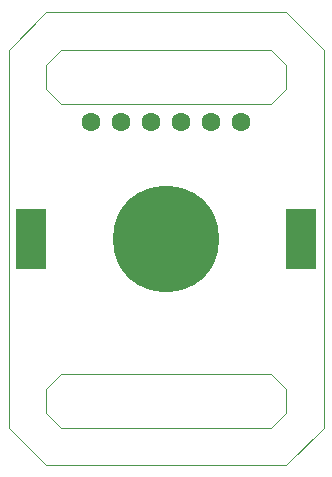
<source format=gbs>
G75*
%MOIN*%
%OFA0B0*%
%FSLAX24Y24*%
%IPPOS*%
%LPD*%
%AMOC8*
5,1,8,0,0,1.08239X$1,22.5*
%
%ADD10C,0.0040*%
%ADD11C,0.3540*%
%ADD12R,0.1040X0.2040*%
%ADD13C,0.0631*%
D10*
X001440Y000190D02*
X000190Y001440D01*
X000190Y014040D01*
X001440Y015290D01*
X009440Y015290D01*
X010690Y014040D01*
X010690Y001440D01*
X009440Y000190D01*
X001440Y000190D01*
X001940Y001440D02*
X001440Y001940D01*
X001440Y002740D01*
X001940Y003240D01*
X008940Y003240D01*
X009440Y002740D01*
X009440Y001940D01*
X008940Y001440D01*
X001940Y001440D01*
X001940Y012240D02*
X001440Y012740D01*
X001440Y013540D01*
X001940Y014040D01*
X008940Y014040D01*
X009440Y013540D01*
X009440Y012740D01*
X008940Y012240D01*
X001940Y012240D01*
D11*
X005440Y007740D03*
D12*
X009940Y007740D03*
X000940Y007740D03*
D13*
X002940Y011640D03*
X003940Y011640D03*
X004940Y011640D03*
X005940Y011640D03*
X006940Y011640D03*
X007940Y011640D03*
M02*

</source>
